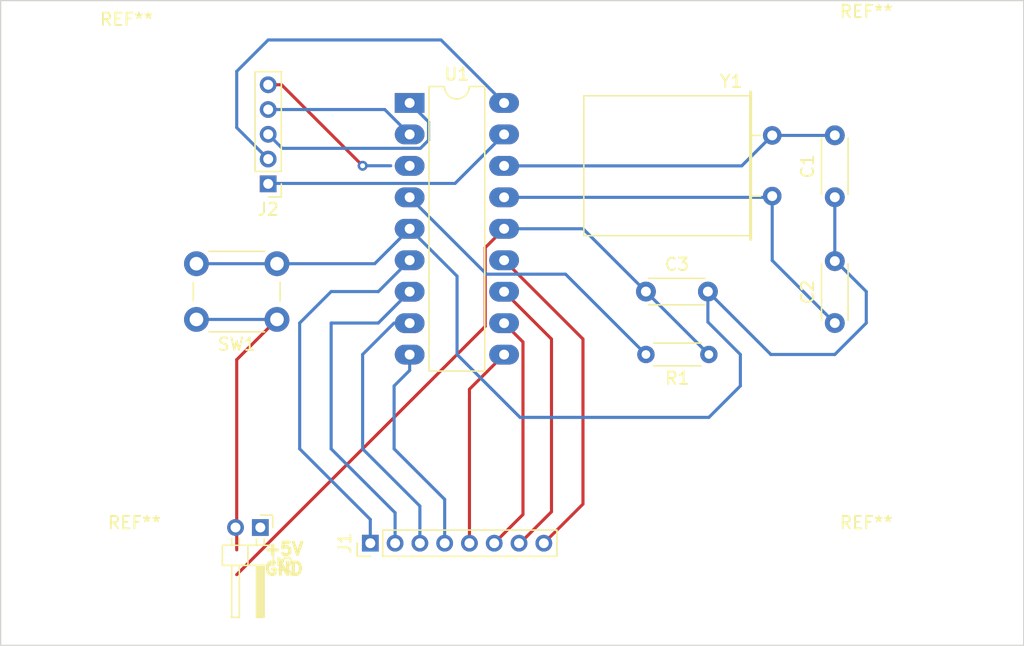
<source format=kicad_pcb>
(kicad_pcb (version 20211014) (generator pcbnew)
  (layers (0 "F.Cu" signal) (31 "B.Cu" signal) (34 "B.Paste" user) (35 "F.Paste" user) (36 "B.SilkS" user "B.Silkscreen") (37 "F.SilkS" user "F.Silkscreen") (38 "B.Mask" user) (39 "F.Mask" user) (44 "Edge.Cuts" user))
  (net 0 "")
  (net 1 "GND")
  (net 2 "/osc1")
  (net 3 "/osc2")
  (net 4 "+5V")
  (net 5 "/rb0")
  (net 6 "/rb1")
  (net 7 "/rb2")
  (net 8 "/rb3")
  (net 9 "/rb4")
  (net 10 "/rb5")
  (net 11 "/rb6")
  (net 12 "/rb7")
  (net 13 "/ra0")
  (net 14 "/ra1")
  (net 15 "/ra2")
  (net 16 "/ra3")
  (net 17 "/ra5")
  (net 18 "/reset")
  (net 19 "/ra4")
  (footprint "MountingHole:MountingHole_3.2mm_M3" (layer "F.Cu") (at 187.96 137.16)
    (fp_text reference "REF**" (at 0 -4.2) (layer "F.SilkS"))
    (fp_text value "MountingHole_3.2mm_M3")
    (pad "" np_thru_hole circle (at 0 0) (size 3.2 3.2) (drill 3.2) (layers *.Cu *.Mask))
  )
  (footprint "Connector_PinHeader_2.00mm:PinHeader_1x05_P2.00mm_Vertical" (layer "F.Cu") (at 139.7 105.6 180)
    (fp_text reference "J2" (at 0 -2.06) (layer "F.SilkS"))
    (fp_text value "Conn_01x05")
    (fp_line (start -1.06 -1.06) (end 0 -1.06) (layer "F.SilkS") (width 0.12))
    (fp_line (start -1.06 1) (end 1.06 1) (layer "F.SilkS") (width 0.12))
    (fp_line (start -1.06 1) (end -1.06 9.06) (layer "F.SilkS") (width 0.12))
    (fp_line (start 1.06 1) (end 1.06 9.06) (layer "F.SilkS") (width 0.12))
    (fp_line (start -1.06 0) (end -1.06 -1.06) (layer "F.SilkS") (width 0.12))
    (fp_line (start -1.06 9.06) (end 1.06 9.06) (layer "F.SilkS") (width 0.12))
    (pad "1" thru_hole rect (at 0 0 180) (size 1.35 1.35) (drill 0.8) (layers *.Cu *.Mask) (net 13 "/ra0"))
    (pad "2" thru_hole oval (at 0 2 180) (size 1.35 1.35) (drill 0.8) (layers *.Cu *.Mask) (net 14 "/ra1"))
    (pad "3" thru_hole oval (at 0 4 180) (size 1.35 1.35) (drill 0.8) (layers *.Cu *.Mask) (net 15 "/ra2"))
    (pad "4" thru_hole oval (at 0 6 180) (size 1.35 1.35) (drill 0.8) (layers *.Cu *.Mask) (net 16 "/ra3"))
    (pad "5" thru_hole oval (at 0 8 180) (size 1.35 1.35) (drill 0.8) (layers *.Cu *.Mask) (net 17 "/ra5"))
  )
  (footprint "Resistor_THT:R_Axial_DIN0204_L3.6mm_D1.6mm_P5.08mm_Horizontal" (layer "F.Cu") (at 175.26 119.38 180)
    (fp_text reference "R1" (at 2.54 -1.92) (layer "F.SilkS"))
    (fp_text value "10k")
    (fp_line (start 0.62 0.92) (end 4.46 0.92) (layer "F.SilkS") (width 0.12))
    (fp_line (start 0.62 -0.92) (end 4.46 -0.92) (layer "F.SilkS") (width 0.12))
    (pad "1" thru_hole circle (at 0 0 180) (size 1.4 1.4) (drill 0.7) (layers *.Cu *.Mask) (net 4 "+5V"))
    (pad "2" thru_hole oval (at 5.08 0 180) (size 1.4 1.4) (drill 0.7) (layers *.Cu *.Mask) (net 18 "/reset"))
  )
  (footprint "Connector_PinHeader_2.00mm:PinHeader_1x08_P2.00mm_Vertical" (layer "F.Cu") (at 147.94 134.62 90)
    (fp_text reference "J1" (at 0 -2.06 90) (layer "F.SilkS"))
    (fp_text value "Conn_01x08")
    (fp_line (start -1.06 0) (end -1.06 -1.06) (layer "F.SilkS") (width 0.12))
    (fp_line (start -1.06 1) (end 1.06 1) (layer "F.SilkS") (width 0.12))
    (fp_line (start -1.06 15.06) (end 1.06 15.06) (layer "F.SilkS") (width 0.12))
    (fp_line (start 1.06 1) (end 1.06 15.06) (layer "F.SilkS") (width 0.12))
    (fp_line (start -1.06 1) (end -1.06 15.06) (layer "F.SilkS") (width 0.12))
    (fp_line (start -1.06 -1.06) (end 0 -1.06) (layer "F.SilkS") (width 0.12))
    (pad "1" thru_hole rect (at 0 0 90) (size 1.35 1.35) (drill 0.8) (layers *.Cu *.Mask) (net 5 "/rb0"))
    (pad "2" thru_hole oval (at 0 2 90) (size 1.35 1.35) (drill 0.8) (layers *.Cu *.Mask) (net 6 "/rb1"))
    (pad "3" thru_hole oval (at 0 4 90) (size 1.35 1.35) (drill 0.8) (layers *.Cu *.Mask) (net 7 "/rb2"))
    (pad "4" thru_hole oval (at 0 6 90) (size 1.35 1.35) (drill 0.8) (layers *.Cu *.Mask) (net 8 "/rb3"))
    (pad "5" thru_hole oval (at 0 8 90) (size 1.35 1.35) (drill 0.8) (layers *.Cu *.Mask) (net 9 "/rb4"))
    (pad "6" thru_hole oval (at 0 10 90) (size 1.35 1.35) (drill 0.8) (layers *.Cu *.Mask) (net 10 "/rb5"))
    (pad "7" thru_hole oval (at 0 12 90) (size 1.35 1.35) (drill 0.8) (layers *.Cu *.Mask) (net 11 "/rb6"))
    (pad "8" thru_hole oval (at 0 14 90) (size 1.35 1.35) (drill 0.8) (layers *.Cu *.Mask) (net 12 "/rb7"))
  )
  (footprint "Crystal:Crystal_HC18-U_Horizontal" (layer "F.Cu") (at 180.37 101.69 -90)
    (fp_text reference "Y1" (at -4.375 3.3125) (layer "F.SilkS"))
    (fp_text value "Crystal")
    (fp_line (start -3.55 1.8) (end -3.55 1.68) (layer "F.SilkS") (width 0.12))
    (fp_line (start 4.9 0.95) (end 4.9 0.95) (layer "F.SilkS") (width 0.12))
    (fp_line (start 8.45 1.8) (end -3.55 1.8) (layer "F.SilkS") (width 0.12))
    (fp_line (start 8.1 1.8) (end -3.2 1.8) (layer "F.SilkS") (width 0.12))
    (fp_line (start 0 0.95) (end 0 0.95) (layer "F.SilkS") (width 0.12))
    (fp_line (start 4.9 1.8) (end 4.9 0.95) (layer "F.SilkS") (width 0.12))
    (fp_line (start 8.1 15.2) (end 8.1 1.8) (layer "F.SilkS") (width 0.12))
    (fp_line (start -3.2 15.2) (end 8.1 15.2) (layer "F.SilkS") (width 0.12))
    (fp_line (start 0 1.8) (end 0 0.95) (layer "F.SilkS") (width 0.12))
    (fp_line (start -3.55 1.68) (end 8.45 1.68) (layer "F.SilkS") (width 0.12))
    (fp_line (start -3.2 1.8) (end -3.2 15.2) (layer "F.SilkS") (width 0.12))
    (fp_line (start 8.45 1.68) (end 8.45 1.8) (layer "F.SilkS") (width 0.12))
    (pad "1" thru_hole circle (at 0 0 270) (size 1.5 1.5) (drill 0.8) (layers *.Cu *.Mask) (net 2 "/osc1"))
    (pad "2" thru_hole circle (at 4.9 0 270) (size 1.5 1.5) (drill 0.8) (layers *.Cu *.Mask) (net 3 "/osc2"))
  )
  (footprint "MountingHole:MountingHole_3.2mm_M3" (layer "F.Cu") (at 128.27 96.52)
    (fp_text reference "REF**" (at 0 -4.2) (layer "F.SilkS"))
    (fp_text value "MountingHole_3.2mm_M3")
    (pad "" np_thru_hole circle (at 0 0) (size 3.2 3.2) (drill 3.2) (layers *.Cu *.Mask))
  )
  (footprint "Button_Switch_THT:SW_PUSH_6mm_H4.3mm" (layer "F.Cu") (at 140.41 116.55 180)
    (fp_text reference "SW1" (at 3.25 -2) (layer "F.SilkS"))
    (fp_text value "SW_MEC_5G")
    (fp_line (start 1 5.5) (end 5.5 5.5) (layer "F.SilkS") (width 0.12))
    (fp_line (start 5.5 -1) (end 1 -1) (layer "F.SilkS") (width 0.12))
    (fp_line (start -0.25 1.5) (end -0.25 3) (layer "F.SilkS") (width 0.12))
    (fp_line (start 6.75 3) (end 6.75 1.5) (layer "F.SilkS") (width 0.12))
    (pad "1" thru_hole circle (at 6.5 0 270) (size 2 2) (drill 1.1) (layers *.Cu *.Mask) (net 1 "GND"))
    (pad "1" thru_hole circle (at 0 0 270) (size 2 2) (drill 1.1) (layers *.Cu *.Mask) (net 1 "GND"))
    (pad "2" thru_hole circle (at 0 4.5 270) (size 2 2) (drill 1.1) (layers *.Cu *.Mask) (net 1 "GND"))
    (pad "2" thru_hole circle (at 6.5 4.5 270) (size 2 2) (drill 1.1) (layers *.Cu *.Mask) (net 1 "GND"))
  )
  (footprint "Package_DIP:DIP-18_W7.62mm_LongPads" (layer "F.Cu") (at 151.115 99.07)
    (fp_text reference "U1" (at 3.81 -2.33) (layer "F.SilkS"))
    (fp_text value "PIC16F628A-IP")
    (fp_line (start 1.56 21.65) (end 6.06 21.65) (layer "F.SilkS") (width 0.12))
    (fp_line (start 6.06 21.65) (end 6.06 -1.33) (layer "F.SilkS") (width 0.12))
    (fp_line (start 2.81 -1.33) (end 1.56 -1.33) (layer "F.SilkS") (width 0.12))
    (fp_line (start 1.56 -1.33) (end 1.56 21.65) (layer "F.SilkS") (width 0.12))
    (fp_line (start 6.06 -1.33) (end 4.81 -1.33) (layer "F.SilkS") (width 0.12))
    (fp_arc (start 4.81 -1.33) (mid 3.81 -0.33) (end 2.81 -1.33) (layer "F.SilkS") (width 0.12))
    (pad "1" thru_hole rect (at 0 0) (size 2.4 1.6) (drill 0.8) (layers *.Cu *.Mask) (net 15 "/ra2"))
    (pad "2" thru_hole oval (at 0 2.54) (size 2.4 1.6) (drill 0.8) (layers *.Cu *.Mask) (net 16 "/ra3"))
    (pad "3" thru_hole oval (at 0 5.08) (size 2.4 1.6) (drill 0.8) (layers *.Cu *.Mask) (net 19 "/ra4"))
    (pad "4" thru_hole oval (at 0 7.62) (size 2.4 1.6) (drill 0.8) (layers *.Cu *.Mask) (net 18 "/reset"))
    (pad "5" thru_hole oval (at 0 10.16) (size 2.4 1.6) (drill 0.8) (layers *.Cu *.Mask) (net 1 "GND"))
    (pad "6" thru_hole oval (at 0 12.7) (size 2.4 1.6) (drill 0.8) (layers *.Cu *.Mask) (net 5 "/rb0"))
    (pad "7" thru_hole oval (at 0 15.24) (size 2.4 1.6) (drill 0.8) (layers *.Cu *.Mask) (net 6 "/rb1"))
    (pad "8" thru_hole oval (at 0 17.78) (size 2.4 1.6) (drill 0.8) (layers *.Cu *.Mask) (net 7 "/rb2"))
    (pad "9" thru_hole oval (at 0 20.32) (size 2.4 1.6) (drill 0.8) (layers *.Cu *.Mask) (net 8 "/rb3"))
    (pad "10" thru_hole oval (at 7.62 20.32) (size 2.4 1.6) (drill 0.8) (layers *.Cu *.Mask) (net 9 "/rb4"))
    (pad "11" thru_hole oval (at 7.62 17.78) (size 2.4 1.6) (drill 0.8) (layers *.Cu *.Mask) (net 10 "/rb5"))
    (pad "12" thru_hole oval (at 7.62 15.24) (size 2.4 1.6) (drill 0.8) (layers *.Cu *.Mask) (net 11 "/rb6"))
    (pad "13" thru_hole oval (at 7.62 12.7) (size 2.4 1.6) (drill 0.8) (layers *.Cu *.Mask) (net 12 "/rb7"))
    (pad "14" thru_hole oval (at 7.62 10.16) (size 2.4 1.6) (drill 0.8) (layers *.Cu *.Mask) (net 4 "+5V"))
    (pad "15" thru_hole oval (at 7.62 7.62) (size 2.4 1.6) (drill 0.8) (layers *.Cu *.Mask) (net 3 "/osc2"))
    (pad "16" thru_hole oval (at 7.62 5.08) (size 2.4 1.6) (drill 0.8) (layers *.Cu *.Mask) (net 2 "/osc1"))
    (pad "17" thru_hole oval (at 7.62 2.54) (size 2.4 1.6) (drill 0.8) (layers *.Cu *.Mask) (net 13 "/ra0"))
    (pad "18" thru_hole oval (at 7.62 0) (size 2.4 1.6) (drill 0.8) (layers *.Cu *.Mask) (net 14 "/ra1"))
  )
  (footprint "Capacitor_THT:C_Disc_D4.3mm_W1.9mm_P5.00mm" (layer "F.Cu") (at 185.42 116.84 90)
    (fp_text reference "C2" (at 2.5 -2.2 90) (layer "F.SilkS"))
    (fp_text value "22pF")
    (fp_line (start 0.23 -1.07) (end 4.77 -1.07) (layer "F.SilkS") (width 0.12))
    (fp_line (start 4.77 -1.07) (end 4.77 -1.055) (layer "F.SilkS") (width 0.12))
    (fp_line (start 4.77 1.055) (end 4.77 1.07) (layer "F.SilkS") (width 0.12))
    (fp_line (start 0.23 1.07) (end 4.77 1.07) (layer "F.SilkS") (width 0.12))
    (fp_line (start 0.23 -1.07) (end 0.23 -1.055) (layer "F.SilkS") (width 0.12))
    (fp_line (start 0.23 1.055) (end 0.23 1.07) (layer "F.SilkS") (width 0.12))
    (pad "1" thru_hole circle (at 0 0 90) (size 1.6 1.6) (drill 0.8) (layers *.Cu *.Mask) (net 3 "/osc2"))
    (pad "2" thru_hole circle (at 5 0 90) (size 1.6 1.6) (drill 0.8) (layers *.Cu *.Mask) (net 1 "GND"))
  )
  (footprint "Capacitor_THT:C_Disc_D4.3mm_W1.9mm_P5.00mm" (layer "F.Cu") (at 170.18 114.3)
    (fp_text reference "C3" (at 2.5 -2.2) (layer "F.SilkS"))
    (fp_text value "100nF")
    (fp_line (start 4.77 1.055) (end 4.77 1.07) (layer "F.SilkS") (width 0.12))
    (fp_line (start 0.23 -1.07) (end 0.23 -1.055) (layer "F.SilkS") (width 0.12))
    (fp_line (start 4.77 -1.07) (end 4.77 -1.055) (layer "F.SilkS") (width 0.12))
    (fp_line (start 0.23 1.07) (end 4.77 1.07) (layer "F.SilkS") (width 0.12))
    (fp_line (start 0.23 -1.07) (end 4.77 -1.07) (layer "F.SilkS") (width 0.12))
    (fp_line (start 0.23 1.055) (end 0.23 1.07) (layer "F.SilkS") (width 0.12))
    (pad "1" thru_hole circle (at 0 0) (size 1.6 1.6) (drill 0.8) (layers *.Cu *.Mask) (net 4 "+5V"))
    (pad "2" thru_hole circle (at 5 0) (size 1.6 1.6) (drill 0.8) (layers *.Cu *.Mask) (net 1 "GND"))
  )
  (footprint "MountingHole:MountingHole_3.2mm_M3" (layer "F.Cu") (at 187.96 95.885)
    (fp_text reference "REF**" (at 0 -4.2) (layer "F.SilkS"))
    (fp_text value "MountingHole_3.2mm_M3")
    (pad "" np_thru_hole circle (at 0 0) (size 3.2 3.2) (drill 3.2) (layers *.Cu *.Mask))
  )
  (footprint "Connector_PinHeader_2.00mm:PinHeader_1x02_P2.00mm_Horizontal" (layer "F.Cu") (at 139.065 133.35 -90)
    (fp_text reference "J3" (at 3.1 -2 90) (layer "F.SilkS"))
    (fp_text value "Conn_01x02")
    (fp_line (start 0.882114 2.31) (end 1.44 2.31) (layer "F.SilkS") (width 0.12))
    (fp_line (start -1 -1) (end 0 -1) (layer "F.SilkS") (width 0.12))
    (fp_line (start 3.06 -0.13) (end 7.26 -0.13) (layer "F.SilkS") (width 0.12))
    (fp_line (start 3.06 0.23) (end 7.26 0.23) (layer "F.SilkS") (width 0.12))
    (fp_line (start 0.935 0.31) (end 1.44 0.31) (layer "F.SilkS") (width 0.12))
    (fp_line (start 3.06 3.06) (end 3.06 -1.06) (layer "F.SilkS") (width 0.12))
    (fp_line (start 7.26 -0.31) (end 7.26 0.31) (layer "F.SilkS") (width 0.12))
    (fp_line (start -1 0) (end -1 -1) (layer "F.SilkS") (width 0.12))
    (fp_line (start 7.26 2.31) (end 3.06 2.31) (layer "F.SilkS") (width 0.12))
    (fp_line (start 3.06 -0.25) (end 7.26 -0.25) (layer "F.SilkS") (width 0.12))
    (fp_line (start 1.44 3.06) (end 3.06 3.06) (layer "F.SilkS") (width 0.12))
    (fp_line (start 1.44 -1.06) (end 1.44 3.06) (layer "F.SilkS") (width 0.12))
    (fp_line (start 0.935 -0.31) (end 1.44 -0.31) (layer "F.SilkS") (width 0.12))
    (fp_line (start 1.44 1) (end 3.06 1) (layer "F.SilkS") (width 0.12))
    (fp_line (start 7.26 1.69) (end 7.26 2.31) (layer "F.SilkS") (width 0.12))
    (fp_line (start 3.06 1.69) (end 7.26 1.69) (layer "F.SilkS") (width 0.12))
    (fp_line (start 3.06 -0.01) (end 7.26 -0.01) (layer "F.SilkS") (width 0.12))
    (fp_line (start 3.06 0.11) (end 7.26 0.11) (layer "F.SilkS") (width 0.12))
    (fp_line (start 3.06 -1.06) (end 1.44 -1.06) (layer "F.SilkS") (width 0.12))
    (fp_line (start 0.882114 1.69) (end 1.44 1.69) (layer "F.SilkS") (width 0.12))
    (fp_line (start 3.06 -0.31) (end 7.26 -0.31) (layer "F.SilkS") (width 0.12))
    (fp_line (start 7.26 0.31) (end 3.06 0.31) (layer "F.SilkS") (width 0.12))
    (pad "1" thru_hole rect (at 0 0 270) (size 1.35 1.35) (drill 0.8) (layers *.Cu *.Mask) (net 4 "+5V"))
    (pad "2" thru_hole oval (at 0 2 270) (size 1.35 1.35) (drill 0.8) (layers *.Cu *.Mask) (net 1 "GND"))
  )
  (footprint "Capacitor_THT:C_Disc_D4.3mm_W1.9mm_P5.00mm" (layer "F.Cu") (at 185.42 106.68 90)
    (fp_text reference "C1" (at 2.5 -2.2 90) (layer "F.SilkS"))
    (fp_text value "22pF")
    (fp_line (start 0.23 1.07) (end 4.77 1.07) (layer "F.SilkS") (width 0.12))
    (fp_line (start 4.77 1.055) (end 4.77 1.07) (layer "F.SilkS") (width 0.12))
    (fp_line (start 0.23 1.055) (end 0.23 1.07) (layer "F.SilkS") (width 0.12))
    (fp_line (start 4.77 -1.07) (end 4.77 -1.055) (layer "F.SilkS") (width 0.12))
    (fp_line (start 0.23 -1.07) (end 4.77 -1.07) (layer "F.SilkS") (width 0.12))
    (fp_line (start 0.23 -1.07) (end 0.23 -1.055) (layer "F.SilkS") (width 0.12))
    (pad "1" thru_hole circle (at 0 0 90) (size 1.6 1.6) (drill 0.8) (layers *.Cu *.Mask) (net 1 "GND"))
    (pad "2" thru_hole circle (at 5 0 90) (size 1.6 1.6) (drill 0.8) (layers *.Cu *.Mask) (net 2 "/osc1"))
  )
  (footprint "MountingHole:MountingHole_3.2mm_M3" (layer "F.Cu") (at 128.905 137.16)
    (fp_text reference "REF**" (at 0 -4.2) (layer "F.SilkS"))
    (fp_text value "MountingHole_3.2mm_M3")
    (pad "" np_thru_hole circle (at 0 0) (size 3.2 3.2) (drill 3.2) (layers *.Cu *.Mask))
  )
  (gr_rect (start 118.11 90.805) (end 200.66 142.875) (layer "Edge.Cuts") (width 0.1) (fill none))
  (gr_text "+5V\nGND" (at 140.97 135.89) (layer "F.SilkS") (effects (font (size 1 1) (thickness 0.25))))
  (segment (start 137.16 135.16) (end 137.16 119.8) (width 0.25) (layer "F.Cu") (net 1))
  (segment (start 137.16 119.8) (end 140.41 116.55) (width 0.25) (layer "F.Cu") (net 1))
  (segment (start 154.94 119.38) (end 154.94 113.055) (width 0.25) (layer "B.Cu") (net 1))
  (segment (start 175.18 116.76) (end 177.8 119.38) (width 0.25) (layer "B.Cu") (net 1))
  (segment (start 187.96 114.3) (end 185.42 111.76) (width 0.25) (layer "B.Cu") (net 1))
  (segment (start 175.18 114.3) (end 175.18 116.76) (width 0.25) (layer "B.Cu") (net 1))
  (segment (start 177.8 119.38) (end 177.8 121.92) (width 0.25) (layer "B.Cu") (net 1))
  (segment (start 175.26 124.46) (end 160.02 124.46) (width 0.25) (layer "B.Cu") (net 1))
  (segment (start 185.42 111.76) (end 185.42 111.84) (width 0.25) (layer "B.Cu") (net 1))
  (segment (start 185.42 106.68) (end 185.42 111.84) (width 0.25) (layer "B.Cu") (net 1))
  (segment (start 140.41 112.05) (end 133.91 112.05) (width 0.25) (layer "B.Cu") (net 1))
  (segment (start 185.42 119.38) (end 187.96 116.84) (width 0.25) (layer "B.Cu") (net 1))
  (segment (start 180.26 119.38) (end 185.42 119.38) (width 0.25) (layer "B.Cu") (net 1))
  (segment (start 160.02 124.46) (end 154.94 119.38) (width 0.25) (layer "B.Cu") (net 1))
  (segment (start 154.94 113.055) (end 151.115 109.23) (width 0.25) (layer "B.Cu") (net 1))
  (segment (start 175.18 114.3) (end 180.26 119.38) (width 0.25) (layer "B.Cu") (net 1))
  (segment (start 148.295 112.05) (end 151.115 109.23) (width 0.25) (layer "B.Cu") (net 1))
  (segment (start 177.8 121.92) (end 175.26 124.46) (width 0.25) (layer "B.Cu") (net 1))
  (segment (start 140.41 112.05) (end 148.295 112.05) (width 0.25) (layer "B.Cu") (net 1))
  (segment (start 187.96 116.84) (end 187.96 114.3) (width 0.25) (layer "B.Cu") (net 1))
  (segment (start 140.41 116.55) (end 133.91 116.55) (width 0.25) (layer "B.Cu") (net 1))
  (segment (start 180.37 101.69) (end 185.41 101.69) (width 0.25) (layer "B.Cu") (net 2))
  (segment (start 177.91 104.15) (end 180.37 101.69) (width 0.25) (layer "B.Cu") (net 2))
  (segment (start 185.41 101.69) (end 185.42 101.68) (width 0.25) (layer "B.Cu") (net 2))
  (segment (start 158.735 104.15) (end 177.91 104.15) (width 0.25) (layer "B.Cu") (net 2))
  (segment (start 180.27 106.69) (end 180.37 106.59) (width 0.25) (layer "B.Cu") (net 3))
  (segment (start 185.42 116.84) (end 180.37 111.79) (width 0.25) (layer "B.Cu") (net 3))
  (segment (start 158.735 106.69) (end 180.27 106.69) (width 0.25) (layer "B.Cu") (net 3))
  (segment (start 180.37 111.79) (end 180.37 106.59) (width 0.25) (layer "B.Cu") (net 3))
  (segment (start 157.21048 110.75452) (end 158.735 109.23) (width 0.25) (layer "F.Cu") (net 4))
  (segment (start 157.21048 117.10952) (end 157.21048 110.75452) (width 0.25) (layer "F.Cu") (net 4))
  (segment (start 137.16 137.16) (end 157.21048 117.10952) (width 0.25) (layer "F.Cu") (net 4))
  (segment (start 170.18 114.3) (end 165.11 109.23) (width 0.25) (layer "B.Cu") (net 4))
  (segment (start 170.18 114.3) (end 175.26 119.38) (width 0.25) (layer "B.Cu") (net 4))
  (segment (start 165.11 109.23) (end 158.735 109.23) (width 0.25) (layer "B.Cu") (net 4))
  (segment (start 142.24 116.84) (end 144.78 114.3) (width 0.25) (layer "B.Cu") (net 5))
  (segment (start 147.94 134.62) (end 147.94 132.7) (width 0.25) (layer "B.Cu") (net 5))
  (segment (start 148.585 114.3) (end 151.115 111.77) (width 0.25) (layer "B.Cu") (net 5))
  (segment (start 142.24 127) (end 142.24 116.84) (width 0.25) (layer "B.Cu") (net 5))
  (segment (start 147.94 132.7) (end 142.24 127) (width 0.25) (layer "B.Cu") (net 5))
  (segment (start 144.78 114.3) (end 148.585 114.3) (width 0.25) (layer "B.Cu") (net 5))
  (segment (start 144.78 116.84) (end 148.585 116.84) (width 0.25) (layer "B.Cu") (net 6))
  (segment (start 144.78 127) (end 144.78 116.84) (width 0.25) (layer "B.Cu") (net 6))
  (segment (start 148.585 116.84) (end 151.115 114.31) (width 0.25) (layer "B.Cu") (net 6))
  (segment (start 149.94 132.16) (end 144.78 127) (width 0.25) (layer "B.Cu") (net 6))
  (segment (start 149.94 134.62) (end 149.94 132.16) (width 0.25) (layer "B.Cu") (net 6))
  (segment (start 147.32 119.38) (end 149.85 116.85) (width 0.25) (layer "B.Cu") (net 7))
  (segment (start 151.94 131.62) (end 147.32 127) (width 0.25) (layer "B.Cu") (net 7))
  (segment (start 151.94 134.62) (end 151.94 131.62) (width 0.25) (layer "B.Cu") (net 7))
  (segment (start 147.32 127) (end 147.32 119.38) (width 0.25) (layer "B.Cu") (net 7))
  (segment (start 149.85 116.85) (end 151.115 116.85) (width 0.25) (layer "B.Cu") (net 7))
  (segment (start 153.94 131.08) (end 149.86 127) (width 0.25) (layer "B.Cu") (net 8))
  (segment (start 149.86 127) (end 149.86 121.92) (width 0.25) (layer "B.Cu") (net 8))
  (segment (start 149.86 121.92) (end 151.115 120.665) (width 0.25) (layer "B.Cu") (net 8))
  (segment (start 151.115 120.665) (end 151.115 119.39) (width 0.25) (layer "B.Cu") (net 8))
  (segment (start 153.94 134.62) (end 153.94 131.08) (width 0.25) (layer "B.Cu") (net 8))
  (segment (start 155.94 134.62) (end 155.94 122.185) (width 0.25) (layer "F.Cu") (net 9))
  (segment (start 155.94 122.185) (end 158.735 119.39) (width 0.25) (layer "F.Cu") (net 9))
  (segment (start 160.25952 118.37452) (end 158.735 116.85) (width 0.25) (layer "F.Cu") (net 10))
  (segment (start 157.94 134.62) (end 160.25952 132.30048) (width 0.25) (layer "F.Cu") (net 10))
  (segment (start 160.25952 132.30048) (end 160.25952 118.37452) (width 0.25) (layer "F.Cu") (net 10))
  (segment (start 162.56 132.08) (end 162.56 118.135) (width 0.25) (layer "F.Cu") (net 11))
  (segment (start 160.02 134.62) (end 162.56 132.08) (width 0.25) (layer "F.Cu") (net 11))
  (segment (start 159.94 134.62) (end 160.02 134.62) (width 0.25) (layer "F.Cu") (net 11))
  (segment (start 162.56 118.135) (end 158.735 114.31) (width 0.25) (layer "F.Cu") (net 11))
  (segment (start 161.94 134.62) (end 165.1 131.46) (width 0.25) (layer "F.Cu") (net 12))
  (segment (start 165.1 131.46) (end 165.1 118.135) (width 0.25) (layer "F.Cu") (net 12))
  (segment (start 165.1 118.135) (end 158.735 111.77) (width 0.25) (layer "F.Cu") (net 12))
  (segment (start 139.73452 105.56548) (end 154.77952 105.56548) (width 0.25) (layer "B.Cu") (net 13))
  (segment (start 154.77952 105.56548) (end 158.735 101.61) (width 0.25) (layer "B.Cu") (net 13))
  (segment (start 139.7 105.6) (end 139.73452 105.56548) (width 0.25) (layer "B.Cu") (net 13))
  (segment (start 153.645 93.98) (end 158.735 99.07) (width 0.25) (layer "B.Cu") (net 14))
  (segment (start 139.7 93.98) (end 153.645 93.98) (width 0.25) (layer "B.Cu") (net 14))
  (segment (start 139.7 103.6) (end 137.16 101.06) (width 0.25) (layer "B.Cu") (net 14))
  (segment (start 137.16 96.52) (end 139.7 93.98) (width 0.25) (layer "B.Cu") (net 14))
  (segment (start 137.16 101.06) (end 137.16 96.52) (width 0.25) (layer "B.Cu") (net 14))
  (segment (start 152.63952 102.075791) (end 152.63952 100.59452) (width 0.25) (layer "B.Cu") (net 15))
  (segment (start 139.7 101.6) (end 140.83452 102.73452) (width 0.25) (layer "B.Cu") (net 15))
  (segment (start 152.63952 100.59452) (end 151.115 99.07) (width 0.25) (layer "B.Cu") (net 15))
  (segment (start 140.83452 102.73452) (end 151.980791 102.73452) (width 0.25) (layer "B.Cu") (net 15))
  (segment (start 151.980791 102.73452) (end 152.63952 102.075791) (width 0.25) (layer "B.Cu") (net 15))
  (segment (start 149.105 99.6) (end 151.115 101.61) (width 0.25) (layer "B.Cu") (net 16))
  (segment (start 139.7 99.6) (end 149.105 99.6) (width 0.25) (layer "B.Cu") (net 16))
  (segment (start 139.7 97.6) (end 140.78 97.6) (width 0.25) (layer "F.Cu") (net 17))
  (segment (start 140.78 97.6) (end 147.32 104.14) (width 0.25) (layer "F.Cu") (net 17))
  (via (at 147.32 104.14) (size 0.8) (drill 0.4) (layers "F.Cu" "B.Cu") (net 17))
  (segment (start 147.32 104.14) (end 149.59048 104.14) (width 0.25) (layer "B.Cu") (net 17))
  (segment (start 163.69452 112.89452) (end 157.31952 112.89452) (width 0.25) (layer "B.Cu") (net 18))
  (segment (start 157.31952 112.89452) (end 151.115 106.69) (width 0.25) (layer "B.Cu") (net 18))
  (segment (start 170.18 119.38) (end 163.69452 112.89452) (width 0.25) (layer "B.Cu") (net 18))
)
</source>
